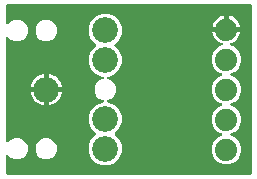
<source format=gbr>
G04 EAGLE Gerber RS-274X export*
G75*
%MOMM*%
%FSLAX34Y34*%
%LPD*%
%INBottom Copper*%
%IPPOS*%
%AMOC8*
5,1,8,0,0,1.08239X$1,22.5*%
G01*
%ADD10C,2.184400*%
%ADD11C,1.879600*%

G36*
X210878Y4073D02*
X210878Y4073D01*
X210936Y4071D01*
X211018Y4093D01*
X211102Y4105D01*
X211155Y4128D01*
X211211Y4143D01*
X211284Y4186D01*
X211361Y4221D01*
X211406Y4259D01*
X211456Y4288D01*
X211514Y4350D01*
X211578Y4404D01*
X211610Y4453D01*
X211650Y4496D01*
X211689Y4571D01*
X211736Y4641D01*
X211753Y4697D01*
X211780Y4749D01*
X211791Y4817D01*
X211821Y4912D01*
X211824Y5012D01*
X211835Y5080D01*
X211835Y147320D01*
X211827Y147378D01*
X211829Y147436D01*
X211807Y147518D01*
X211795Y147602D01*
X211772Y147655D01*
X211757Y147711D01*
X211714Y147784D01*
X211679Y147861D01*
X211641Y147906D01*
X211612Y147956D01*
X211550Y148014D01*
X211496Y148078D01*
X211447Y148110D01*
X211404Y148150D01*
X211329Y148189D01*
X211259Y148236D01*
X211203Y148253D01*
X211151Y148280D01*
X211083Y148291D01*
X210988Y148321D01*
X210888Y148324D01*
X210820Y148335D01*
X5080Y148335D01*
X5022Y148327D01*
X4964Y148329D01*
X4882Y148307D01*
X4798Y148295D01*
X4745Y148272D01*
X4689Y148257D01*
X4616Y148214D01*
X4539Y148179D01*
X4494Y148141D01*
X4444Y148112D01*
X4386Y148050D01*
X4322Y147996D01*
X4290Y147947D01*
X4250Y147904D01*
X4211Y147829D01*
X4164Y147759D01*
X4147Y147703D01*
X4120Y147651D01*
X4109Y147583D01*
X4079Y147488D01*
X4076Y147388D01*
X4065Y147320D01*
X4065Y132413D01*
X4069Y132383D01*
X4066Y132354D01*
X4089Y132243D01*
X4105Y132131D01*
X4117Y132104D01*
X4122Y132076D01*
X4175Y131975D01*
X4221Y131872D01*
X4240Y131849D01*
X4253Y131823D01*
X4331Y131741D01*
X4404Y131655D01*
X4429Y131638D01*
X4449Y131617D01*
X4547Y131560D01*
X4641Y131497D01*
X4669Y131488D01*
X4694Y131473D01*
X4804Y131446D01*
X4912Y131411D01*
X4942Y131411D01*
X4970Y131403D01*
X5083Y131407D01*
X5196Y131404D01*
X5225Y131411D01*
X5254Y131412D01*
X5362Y131447D01*
X5471Y131476D01*
X5497Y131491D01*
X5525Y131500D01*
X5588Y131545D01*
X5716Y131621D01*
X5759Y131667D01*
X5798Y131695D01*
X7974Y133871D01*
X11300Y135249D01*
X14900Y135249D01*
X18226Y133871D01*
X20771Y131326D01*
X22149Y128000D01*
X22149Y124400D01*
X20771Y121074D01*
X18226Y118529D01*
X14900Y117151D01*
X11300Y117151D01*
X7974Y118529D01*
X5798Y120705D01*
X5774Y120723D01*
X5755Y120745D01*
X5661Y120808D01*
X5571Y120876D01*
X5543Y120887D01*
X5519Y120903D01*
X5411Y120937D01*
X5305Y120977D01*
X5276Y120980D01*
X5248Y120989D01*
X5134Y120992D01*
X5022Y121001D01*
X4993Y120995D01*
X4964Y120996D01*
X4854Y120967D01*
X4743Y120945D01*
X4717Y120932D01*
X4689Y120924D01*
X4591Y120866D01*
X4491Y120814D01*
X4469Y120794D01*
X4444Y120779D01*
X4367Y120696D01*
X4285Y120618D01*
X4270Y120593D01*
X4250Y120572D01*
X4198Y120471D01*
X4141Y120373D01*
X4134Y120345D01*
X4120Y120318D01*
X4107Y120241D01*
X4071Y120098D01*
X4073Y120035D01*
X4065Y119987D01*
X4065Y32413D01*
X4069Y32383D01*
X4066Y32354D01*
X4089Y32243D01*
X4105Y32131D01*
X4117Y32104D01*
X4122Y32076D01*
X4175Y31975D01*
X4221Y31872D01*
X4240Y31849D01*
X4253Y31823D01*
X4331Y31741D01*
X4404Y31655D01*
X4429Y31638D01*
X4449Y31617D01*
X4547Y31560D01*
X4641Y31497D01*
X4669Y31488D01*
X4694Y31473D01*
X4804Y31446D01*
X4912Y31411D01*
X4942Y31411D01*
X4970Y31403D01*
X5083Y31407D01*
X5196Y31404D01*
X5225Y31411D01*
X5254Y31412D01*
X5362Y31447D01*
X5471Y31476D01*
X5497Y31491D01*
X5525Y31500D01*
X5588Y31545D01*
X5716Y31621D01*
X5759Y31667D01*
X5798Y31695D01*
X7974Y33871D01*
X11300Y35249D01*
X14900Y35249D01*
X18226Y33871D01*
X20771Y31326D01*
X22149Y28000D01*
X22149Y24400D01*
X20771Y21074D01*
X18226Y18529D01*
X14900Y17151D01*
X11300Y17151D01*
X7974Y18529D01*
X5798Y20705D01*
X5774Y20723D01*
X5755Y20745D01*
X5661Y20808D01*
X5571Y20876D01*
X5543Y20887D01*
X5519Y20903D01*
X5411Y20937D01*
X5305Y20977D01*
X5276Y20980D01*
X5248Y20989D01*
X5134Y20992D01*
X5022Y21001D01*
X4993Y20995D01*
X4964Y20996D01*
X4854Y20967D01*
X4743Y20945D01*
X4717Y20932D01*
X4689Y20924D01*
X4591Y20866D01*
X4491Y20814D01*
X4469Y20794D01*
X4444Y20779D01*
X4367Y20696D01*
X4285Y20618D01*
X4270Y20593D01*
X4250Y20572D01*
X4198Y20471D01*
X4141Y20373D01*
X4134Y20345D01*
X4120Y20318D01*
X4107Y20241D01*
X4071Y20098D01*
X4073Y20035D01*
X4065Y19987D01*
X4065Y5080D01*
X4073Y5022D01*
X4071Y4964D01*
X4093Y4882D01*
X4105Y4798D01*
X4128Y4745D01*
X4143Y4689D01*
X4186Y4616D01*
X4221Y4539D01*
X4259Y4494D01*
X4288Y4444D01*
X4350Y4386D01*
X4404Y4322D01*
X4453Y4290D01*
X4496Y4250D01*
X4571Y4211D01*
X4641Y4164D01*
X4697Y4147D01*
X4749Y4120D01*
X4817Y4109D01*
X4912Y4079D01*
X5012Y4076D01*
X5080Y4065D01*
X210820Y4065D01*
X210878Y4073D01*
G37*
%LPC*%
G36*
X85321Y12229D02*
X85321Y12229D01*
X80186Y14356D01*
X76256Y18286D01*
X74129Y23421D01*
X74129Y28979D01*
X76256Y34114D01*
X80124Y37982D01*
X80160Y38029D01*
X80202Y38069D01*
X80245Y38142D01*
X80295Y38209D01*
X80316Y38264D01*
X80346Y38314D01*
X80367Y38396D01*
X80397Y38475D01*
X80401Y38533D01*
X80416Y38590D01*
X80413Y38674D01*
X80420Y38758D01*
X80409Y38816D01*
X80407Y38874D01*
X80381Y38954D01*
X80364Y39037D01*
X80337Y39089D01*
X80319Y39145D01*
X80279Y39201D01*
X80233Y39289D01*
X80165Y39362D01*
X80124Y39418D01*
X76256Y43286D01*
X74129Y48421D01*
X74129Y53979D01*
X76256Y59114D01*
X80186Y63044D01*
X85321Y65171D01*
X85978Y65171D01*
X86063Y65183D01*
X86149Y65185D01*
X86203Y65203D01*
X86259Y65211D01*
X86337Y65246D01*
X86419Y65272D01*
X86467Y65304D01*
X86518Y65327D01*
X86584Y65382D01*
X86655Y65430D01*
X86692Y65474D01*
X86735Y65510D01*
X86783Y65582D01*
X86838Y65648D01*
X86862Y65700D01*
X86893Y65747D01*
X86919Y65829D01*
X86954Y65908D01*
X86962Y65964D01*
X86979Y66018D01*
X86981Y66104D01*
X86993Y66189D01*
X86985Y66245D01*
X86986Y66302D01*
X86964Y66385D01*
X86952Y66470D01*
X86929Y66522D01*
X86914Y66577D01*
X86870Y66651D01*
X86835Y66730D01*
X86798Y66773D01*
X86769Y66822D01*
X86706Y66881D01*
X86651Y66946D01*
X86609Y66972D01*
X86562Y67016D01*
X86433Y67082D01*
X86366Y67124D01*
X82974Y68529D01*
X80429Y71074D01*
X79051Y74400D01*
X79051Y78000D01*
X80429Y81326D01*
X82974Y83871D01*
X86366Y85276D01*
X86440Y85320D01*
X86518Y85355D01*
X86562Y85392D01*
X86611Y85421D01*
X86670Y85483D01*
X86735Y85539D01*
X86767Y85586D01*
X86806Y85627D01*
X86845Y85704D01*
X86893Y85775D01*
X86910Y85829D01*
X86936Y85880D01*
X86953Y85964D01*
X86979Y86046D01*
X86980Y86103D01*
X86991Y86159D01*
X86984Y86244D01*
X86986Y86330D01*
X86972Y86385D01*
X86967Y86442D01*
X86936Y86522D01*
X86914Y86605D01*
X86885Y86654D01*
X86865Y86707D01*
X86813Y86776D01*
X86769Y86850D01*
X86728Y86889D01*
X86693Y86934D01*
X86624Y86986D01*
X86562Y87044D01*
X86511Y87070D01*
X86466Y87104D01*
X86385Y87135D01*
X86309Y87174D01*
X86260Y87182D01*
X86200Y87205D01*
X86055Y87216D01*
X85978Y87229D01*
X85321Y87229D01*
X80186Y89356D01*
X76256Y93286D01*
X74129Y98421D01*
X74129Y103979D01*
X76256Y109114D01*
X80124Y112982D01*
X80160Y113029D01*
X80202Y113069D01*
X80245Y113142D01*
X80295Y113209D01*
X80316Y113264D01*
X80346Y113314D01*
X80367Y113396D01*
X80397Y113475D01*
X80401Y113533D01*
X80416Y113590D01*
X80413Y113674D01*
X80420Y113758D01*
X80409Y113816D01*
X80407Y113874D01*
X80381Y113954D01*
X80364Y114037D01*
X80337Y114089D01*
X80319Y114145D01*
X80279Y114201D01*
X80233Y114289D01*
X80200Y114324D01*
X80186Y114348D01*
X80151Y114381D01*
X80124Y114418D01*
X76256Y118286D01*
X74129Y123421D01*
X74129Y128979D01*
X76256Y134114D01*
X80186Y138044D01*
X85321Y140171D01*
X90879Y140171D01*
X96014Y138044D01*
X99944Y134114D01*
X102071Y128979D01*
X102071Y123421D01*
X99944Y118286D01*
X96076Y114418D01*
X96062Y114399D01*
X96047Y114387D01*
X96030Y114361D01*
X95998Y114331D01*
X95955Y114258D01*
X95905Y114191D01*
X95884Y114136D01*
X95854Y114086D01*
X95833Y114004D01*
X95803Y113925D01*
X95799Y113867D01*
X95784Y113810D01*
X95787Y113726D01*
X95780Y113642D01*
X95791Y113584D01*
X95793Y113526D01*
X95819Y113446D01*
X95836Y113363D01*
X95863Y113311D01*
X95881Y113255D01*
X95921Y113199D01*
X95967Y113111D01*
X96035Y113038D01*
X96076Y112982D01*
X99944Y109114D01*
X102071Y103979D01*
X102071Y98421D01*
X99944Y93286D01*
X96014Y89356D01*
X90879Y87229D01*
X90222Y87229D01*
X90137Y87217D01*
X90051Y87215D01*
X89997Y87197D01*
X89941Y87189D01*
X89863Y87154D01*
X89781Y87128D01*
X89733Y87096D01*
X89682Y87073D01*
X89616Y87018D01*
X89545Y86970D01*
X89508Y86926D01*
X89465Y86890D01*
X89417Y86818D01*
X89362Y86752D01*
X89338Y86700D01*
X89307Y86653D01*
X89281Y86571D01*
X89246Y86492D01*
X89238Y86436D01*
X89221Y86382D01*
X89219Y86296D01*
X89207Y86211D01*
X89215Y86155D01*
X89214Y86098D01*
X89236Y86015D01*
X89248Y85930D01*
X89271Y85878D01*
X89286Y85823D01*
X89330Y85749D01*
X89365Y85670D01*
X89402Y85627D01*
X89431Y85578D01*
X89494Y85519D01*
X89549Y85454D01*
X89591Y85428D01*
X89638Y85384D01*
X89767Y85318D01*
X89834Y85276D01*
X93226Y83871D01*
X95771Y81326D01*
X97149Y78000D01*
X97149Y74400D01*
X95771Y71074D01*
X93226Y68529D01*
X89834Y67124D01*
X89760Y67080D01*
X89682Y67045D01*
X89638Y67008D01*
X89589Y66979D01*
X89530Y66917D01*
X89465Y66861D01*
X89433Y66814D01*
X89394Y66773D01*
X89355Y66696D01*
X89307Y66625D01*
X89290Y66571D01*
X89264Y66520D01*
X89247Y66436D01*
X89221Y66354D01*
X89220Y66297D01*
X89209Y66241D01*
X89216Y66156D01*
X89214Y66070D01*
X89228Y66015D01*
X89233Y65958D01*
X89264Y65878D01*
X89286Y65795D01*
X89315Y65746D01*
X89335Y65693D01*
X89387Y65624D01*
X89431Y65550D01*
X89472Y65511D01*
X89507Y65466D01*
X89576Y65414D01*
X89638Y65356D01*
X89689Y65330D01*
X89734Y65296D01*
X89815Y65265D01*
X89891Y65226D01*
X89940Y65218D01*
X90000Y65195D01*
X90145Y65184D01*
X90222Y65171D01*
X90879Y65171D01*
X96014Y63044D01*
X99944Y59114D01*
X102071Y53979D01*
X102071Y48421D01*
X99944Y43286D01*
X96076Y39418D01*
X96040Y39371D01*
X95998Y39331D01*
X95955Y39258D01*
X95905Y39191D01*
X95884Y39136D01*
X95854Y39086D01*
X95833Y39004D01*
X95803Y38925D01*
X95799Y38867D01*
X95784Y38810D01*
X95787Y38726D01*
X95780Y38642D01*
X95791Y38584D01*
X95793Y38526D01*
X95819Y38446D01*
X95836Y38363D01*
X95863Y38311D01*
X95881Y38255D01*
X95921Y38199D01*
X95967Y38111D01*
X96035Y38038D01*
X96076Y37982D01*
X99944Y34114D01*
X102071Y28979D01*
X102071Y23421D01*
X99944Y18286D01*
X96014Y14356D01*
X90879Y12229D01*
X85321Y12229D01*
G37*
%LPD*%
%LPC*%
G36*
X188024Y12953D02*
X188024Y12953D01*
X183449Y14848D01*
X179948Y18349D01*
X178053Y22924D01*
X178053Y27876D01*
X179948Y32451D01*
X183449Y35952D01*
X186371Y37162D01*
X186396Y37177D01*
X186424Y37186D01*
X186519Y37249D01*
X186616Y37307D01*
X186636Y37328D01*
X186661Y37344D01*
X186734Y37431D01*
X186811Y37513D01*
X186825Y37539D01*
X186844Y37562D01*
X186890Y37665D01*
X186941Y37766D01*
X186947Y37795D01*
X186959Y37822D01*
X186975Y37934D01*
X186996Y38045D01*
X186994Y38074D01*
X186998Y38103D01*
X186982Y38215D01*
X186972Y38328D01*
X186961Y38355D01*
X186957Y38385D01*
X186911Y38488D01*
X186870Y38593D01*
X186852Y38617D01*
X186840Y38644D01*
X186767Y38730D01*
X186698Y38820D01*
X186675Y38838D01*
X186656Y38860D01*
X186589Y38902D01*
X186471Y38990D01*
X186412Y39012D01*
X186371Y39038D01*
X183449Y40248D01*
X179948Y43749D01*
X178053Y48324D01*
X178053Y53276D01*
X179948Y57851D01*
X183449Y61352D01*
X186371Y62562D01*
X186396Y62577D01*
X186424Y62586D01*
X186519Y62649D01*
X186616Y62707D01*
X186636Y62728D01*
X186661Y62744D01*
X186734Y62831D01*
X186811Y62913D01*
X186825Y62939D01*
X186844Y62962D01*
X186890Y63065D01*
X186941Y63166D01*
X186947Y63195D01*
X186959Y63222D01*
X186975Y63334D01*
X186996Y63445D01*
X186994Y63474D01*
X186998Y63503D01*
X186982Y63615D01*
X186972Y63728D01*
X186961Y63755D01*
X186957Y63785D01*
X186911Y63888D01*
X186870Y63993D01*
X186852Y64017D01*
X186840Y64044D01*
X186767Y64130D01*
X186698Y64220D01*
X186675Y64238D01*
X186656Y64260D01*
X186589Y64302D01*
X186471Y64390D01*
X186412Y64412D01*
X186371Y64438D01*
X183449Y65648D01*
X179948Y69149D01*
X178053Y73724D01*
X178053Y78676D01*
X179948Y83251D01*
X183449Y86752D01*
X186371Y87962D01*
X186396Y87977D01*
X186424Y87986D01*
X186519Y88049D01*
X186616Y88107D01*
X186636Y88128D01*
X186661Y88144D01*
X186734Y88231D01*
X186811Y88313D01*
X186825Y88339D01*
X186844Y88362D01*
X186890Y88465D01*
X186941Y88566D01*
X186947Y88595D01*
X186959Y88622D01*
X186975Y88734D01*
X186996Y88845D01*
X186994Y88874D01*
X186998Y88903D01*
X186982Y89015D01*
X186972Y89128D01*
X186961Y89155D01*
X186957Y89185D01*
X186911Y89288D01*
X186870Y89393D01*
X186852Y89417D01*
X186840Y89444D01*
X186767Y89530D01*
X186698Y89620D01*
X186675Y89638D01*
X186656Y89660D01*
X186589Y89702D01*
X186471Y89790D01*
X186412Y89812D01*
X186371Y89838D01*
X183449Y91048D01*
X179948Y94549D01*
X178053Y99124D01*
X178053Y104076D01*
X179948Y108651D01*
X183449Y112152D01*
X187111Y113669D01*
X187171Y113704D01*
X187235Y113730D01*
X187293Y113776D01*
X187356Y113813D01*
X187404Y113863D01*
X187458Y113906D01*
X187501Y113966D01*
X187551Y114020D01*
X187583Y114081D01*
X187623Y114138D01*
X187648Y114207D01*
X187682Y114273D01*
X187695Y114340D01*
X187718Y114406D01*
X187722Y114479D01*
X187737Y114552D01*
X187731Y114620D01*
X187735Y114689D01*
X187719Y114761D01*
X187712Y114835D01*
X187687Y114899D01*
X187672Y114967D01*
X187637Y115031D01*
X187610Y115100D01*
X187569Y115155D01*
X187535Y115216D01*
X187483Y115268D01*
X187439Y115327D01*
X187383Y115368D01*
X187334Y115417D01*
X187279Y115446D01*
X187211Y115497D01*
X187103Y115538D01*
X187037Y115572D01*
X185917Y115936D01*
X184243Y116789D01*
X182722Y117894D01*
X181394Y119222D01*
X180289Y120743D01*
X179436Y122417D01*
X178855Y124204D01*
X178734Y124969D01*
X189484Y124969D01*
X189542Y124977D01*
X189600Y124975D01*
X189682Y124997D01*
X189765Y125009D01*
X189819Y125033D01*
X189875Y125047D01*
X189948Y125090D01*
X190025Y125125D01*
X190069Y125163D01*
X190120Y125193D01*
X190177Y125254D01*
X190242Y125309D01*
X190274Y125357D01*
X190314Y125400D01*
X190353Y125475D01*
X190399Y125545D01*
X190417Y125601D01*
X190444Y125653D01*
X190455Y125721D01*
X190485Y125816D01*
X190488Y125916D01*
X190499Y125984D01*
X190499Y127001D01*
X190501Y127001D01*
X190501Y125984D01*
X190509Y125926D01*
X190508Y125868D01*
X190529Y125786D01*
X190541Y125703D01*
X190565Y125649D01*
X190579Y125593D01*
X190622Y125520D01*
X190657Y125443D01*
X190695Y125398D01*
X190725Y125348D01*
X190786Y125290D01*
X190841Y125226D01*
X190889Y125194D01*
X190932Y125154D01*
X191007Y125115D01*
X191077Y125069D01*
X191133Y125051D01*
X191185Y125024D01*
X191253Y125013D01*
X191348Y124983D01*
X191448Y124980D01*
X191516Y124969D01*
X202266Y124969D01*
X202145Y124204D01*
X201564Y122417D01*
X200711Y120743D01*
X199606Y119222D01*
X198278Y117894D01*
X196757Y116789D01*
X195083Y115936D01*
X193963Y115572D01*
X193901Y115542D01*
X193835Y115521D01*
X193774Y115480D01*
X193708Y115447D01*
X193657Y115401D01*
X193599Y115362D01*
X193552Y115306D01*
X193497Y115257D01*
X193461Y115198D01*
X193416Y115145D01*
X193386Y115078D01*
X193347Y115015D01*
X193329Y114948D01*
X193301Y114885D01*
X193291Y114812D01*
X193271Y114741D01*
X193271Y114672D01*
X193262Y114603D01*
X193272Y114531D01*
X193273Y114457D01*
X193293Y114390D01*
X193302Y114322D01*
X193333Y114255D01*
X193354Y114184D01*
X193391Y114126D01*
X193420Y114063D01*
X193467Y114007D01*
X193507Y113945D01*
X193559Y113899D01*
X193604Y113847D01*
X193657Y113814D01*
X193721Y113757D01*
X193825Y113708D01*
X193889Y113669D01*
X197551Y112152D01*
X201052Y108651D01*
X202947Y104076D01*
X202947Y99124D01*
X201052Y94549D01*
X197551Y91048D01*
X194629Y89838D01*
X194604Y89823D01*
X194576Y89814D01*
X194481Y89751D01*
X194384Y89693D01*
X194364Y89672D01*
X194339Y89656D01*
X194267Y89569D01*
X194189Y89487D01*
X194175Y89461D01*
X194157Y89438D01*
X194111Y89335D01*
X194059Y89234D01*
X194053Y89205D01*
X194041Y89178D01*
X194025Y89066D01*
X194004Y88955D01*
X194006Y88926D01*
X194002Y88897D01*
X194018Y88785D01*
X194028Y88672D01*
X194039Y88645D01*
X194043Y88616D01*
X194089Y88512D01*
X194130Y88407D01*
X194148Y88383D01*
X194160Y88356D01*
X194233Y88270D01*
X194302Y88180D01*
X194325Y88162D01*
X194344Y88140D01*
X194411Y88098D01*
X194529Y88010D01*
X194588Y87988D01*
X194629Y87962D01*
X197551Y86752D01*
X201052Y83251D01*
X202947Y78676D01*
X202947Y73724D01*
X201052Y69149D01*
X197551Y65648D01*
X194629Y64438D01*
X194604Y64423D01*
X194576Y64414D01*
X194481Y64351D01*
X194384Y64293D01*
X194364Y64272D01*
X194339Y64256D01*
X194267Y64169D01*
X194189Y64087D01*
X194175Y64061D01*
X194157Y64038D01*
X194111Y63935D01*
X194059Y63834D01*
X194053Y63805D01*
X194041Y63778D01*
X194025Y63666D01*
X194004Y63555D01*
X194006Y63526D01*
X194002Y63497D01*
X194018Y63385D01*
X194028Y63272D01*
X194039Y63245D01*
X194043Y63216D01*
X194089Y63112D01*
X194130Y63007D01*
X194148Y62983D01*
X194160Y62956D01*
X194233Y62870D01*
X194302Y62780D01*
X194325Y62762D01*
X194344Y62740D01*
X194411Y62698D01*
X194529Y62610D01*
X194588Y62588D01*
X194629Y62562D01*
X197551Y61352D01*
X201052Y57851D01*
X202947Y53276D01*
X202947Y48324D01*
X201052Y43749D01*
X197551Y40248D01*
X194629Y39038D01*
X194604Y39023D01*
X194576Y39014D01*
X194481Y38951D01*
X194384Y38893D01*
X194364Y38872D01*
X194339Y38856D01*
X194267Y38769D01*
X194189Y38687D01*
X194175Y38661D01*
X194157Y38638D01*
X194111Y38535D01*
X194059Y38434D01*
X194053Y38405D01*
X194041Y38378D01*
X194025Y38266D01*
X194004Y38155D01*
X194006Y38126D01*
X194002Y38097D01*
X194018Y37985D01*
X194028Y37872D01*
X194039Y37845D01*
X194043Y37816D01*
X194089Y37712D01*
X194130Y37607D01*
X194148Y37583D01*
X194160Y37556D01*
X194233Y37470D01*
X194302Y37380D01*
X194325Y37362D01*
X194344Y37340D01*
X194411Y37298D01*
X194529Y37210D01*
X194588Y37188D01*
X194629Y37162D01*
X197551Y35952D01*
X201052Y32451D01*
X202947Y27876D01*
X202947Y22924D01*
X201052Y18349D01*
X197551Y14848D01*
X192976Y12953D01*
X188024Y12953D01*
G37*
%LPD*%
%LPC*%
G36*
X36300Y117151D02*
X36300Y117151D01*
X32974Y118529D01*
X30429Y121074D01*
X29051Y124400D01*
X29051Y128000D01*
X30429Y131326D01*
X32974Y133871D01*
X36300Y135249D01*
X39900Y135249D01*
X43226Y133871D01*
X45771Y131326D01*
X47149Y128000D01*
X47149Y124400D01*
X45771Y121074D01*
X43226Y118529D01*
X39900Y117151D01*
X36300Y117151D01*
G37*
%LPD*%
%LPC*%
G36*
X36300Y17151D02*
X36300Y17151D01*
X32974Y18529D01*
X30429Y21074D01*
X29051Y24400D01*
X29051Y28000D01*
X30429Y31326D01*
X32974Y33871D01*
X36300Y35249D01*
X39900Y35249D01*
X43226Y33871D01*
X45771Y31326D01*
X47149Y28000D01*
X47149Y24400D01*
X45771Y21074D01*
X43226Y18529D01*
X39900Y17151D01*
X36300Y17151D01*
G37*
%LPD*%
%LPC*%
G36*
X40131Y78231D02*
X40131Y78231D01*
X40131Y89509D01*
X41253Y89331D01*
X43268Y88676D01*
X45156Y87714D01*
X46870Y86469D01*
X48369Y84970D01*
X49614Y83256D01*
X50576Y81368D01*
X51231Y79353D01*
X51409Y78231D01*
X40131Y78231D01*
G37*
%LPD*%
%LPC*%
G36*
X24791Y78231D02*
X24791Y78231D01*
X24969Y79353D01*
X25624Y81368D01*
X26586Y83256D01*
X27831Y84970D01*
X29330Y86469D01*
X31044Y87714D01*
X32932Y88676D01*
X34947Y89331D01*
X36069Y89509D01*
X36069Y78231D01*
X24791Y78231D01*
G37*
%LPD*%
%LPC*%
G36*
X40131Y74169D02*
X40131Y74169D01*
X51409Y74169D01*
X51231Y73047D01*
X50576Y71032D01*
X49614Y69144D01*
X48369Y67430D01*
X46870Y65931D01*
X45156Y64686D01*
X43268Y63724D01*
X41253Y63069D01*
X40131Y62891D01*
X40131Y74169D01*
G37*
%LPD*%
%LPC*%
G36*
X34947Y63069D02*
X34947Y63069D01*
X32932Y63724D01*
X31044Y64686D01*
X29330Y65931D01*
X27831Y67430D01*
X26586Y69144D01*
X25624Y71032D01*
X24969Y73047D01*
X24791Y74169D01*
X36069Y74169D01*
X36069Y62891D01*
X34947Y63069D01*
G37*
%LPD*%
%LPC*%
G36*
X192531Y129031D02*
X192531Y129031D01*
X192531Y138766D01*
X193296Y138645D01*
X195083Y138064D01*
X196757Y137211D01*
X198278Y136106D01*
X199606Y134778D01*
X200711Y133257D01*
X201564Y131583D01*
X202145Y129796D01*
X202266Y129031D01*
X192531Y129031D01*
G37*
%LPD*%
%LPC*%
G36*
X178734Y129031D02*
X178734Y129031D01*
X178855Y129796D01*
X179436Y131583D01*
X180289Y133257D01*
X181394Y134778D01*
X182722Y136106D01*
X184243Y137211D01*
X185917Y138064D01*
X187704Y138645D01*
X188469Y138766D01*
X188469Y129031D01*
X178734Y129031D01*
G37*
%LPD*%
%LPC*%
G36*
X38099Y76199D02*
X38099Y76199D01*
X38099Y76201D01*
X38101Y76201D01*
X38101Y76199D01*
X38099Y76199D01*
G37*
%LPD*%
D10*
X38100Y76200D03*
X88100Y101200D03*
X88100Y126200D03*
X88100Y51200D03*
X88100Y26200D03*
D11*
X190500Y127000D03*
X190500Y101600D03*
X190500Y76200D03*
X190500Y50800D03*
X190500Y25400D03*
M02*

</source>
